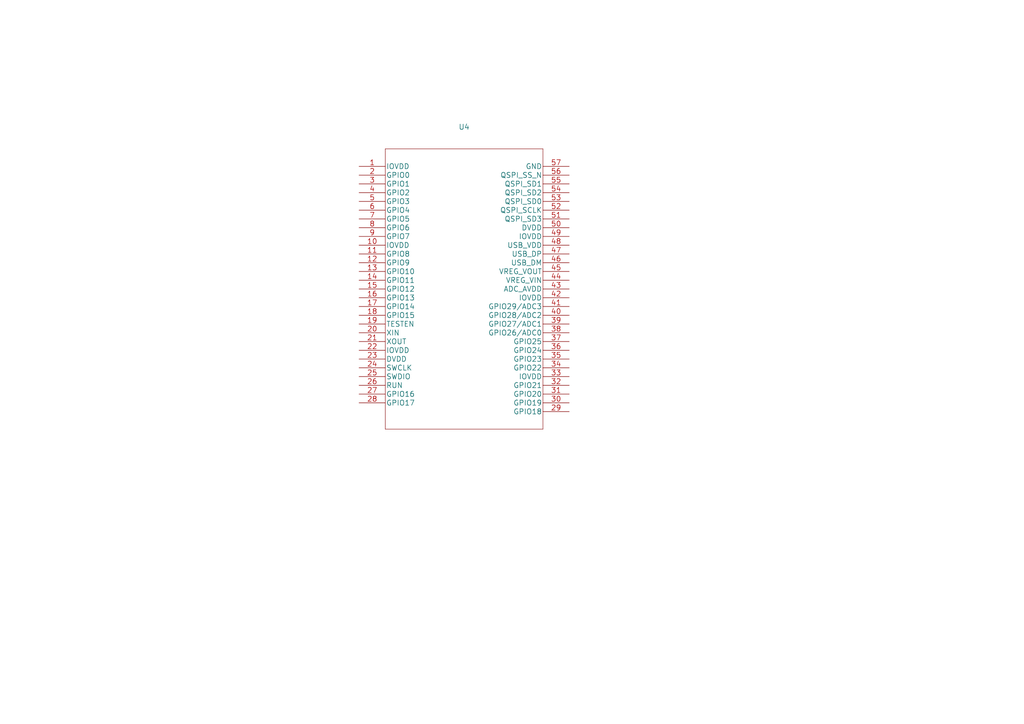
<source format=kicad_sch>
(kicad_sch (version 20211123) (generator eeschema)
  (paper "A4")
  (lib_symbols
    (symbol "MCU_RP2040:RP2040" (pin_names (offset 0.254))
      (property "Reference" "U" (at 30.48 10.16 0))
      (property "Value" "RP2040" (at 30.48 7.62 0))
      (symbol "RP2040_1_1"
        (polyline (pts (xy 7.62 -76.2) (xy 53.34 -76.2)) (stroke (width 0.127)))
        (polyline (pts (xy 7.62 5.08) (xy 7.62 -76.2)) (stroke (width 0.127)))
        (polyline (pts (xy 53.34 -76.2) (xy 53.34 5.08)) (stroke (width 0.127)))
        (polyline (pts (xy 53.34 5.08) (xy 7.62 5.08)) (stroke (width 0.127)))
        (pin power_in line (at 0 0 0) (length 7.62) (name "IOVDD") (number "1"))
        (pin power_in line (at 0 -22.86 0) (length 7.62) (name "IOVDD") (number "10"))
        (pin bidirectional line (at 0 -25.4 0) (length 7.62) (name "GPIO8") (number "11"))
        (pin bidirectional line (at 0 -27.94 0) (length 7.62) (name "GPIO9") (number "12"))
        (pin bidirectional line (at 0 -30.48 0) (length 7.62) (name "GPIO10") (number "13"))
        (pin bidirectional line (at 0 -33.02 0) (length 7.62) (name "GPIO11") (number "14"))
        (pin bidirectional line (at 0 -35.56 0) (length 7.62) (name "GPIO12") (number "15"))
        (pin bidirectional line (at 0 -38.1 0) (length 7.62) (name "GPIO13") (number "16"))
        (pin bidirectional line (at 0 -40.64 0) (length 7.62) (name "GPIO14") (number "17"))
        (pin bidirectional line (at 0 -43.18 0) (length 7.62) (name "GPIO15") (number "18"))
        (pin unspecified line (at 0 -45.72 0) (length 7.62) (name "TESTEN") (number "19"))
        (pin bidirectional line (at 0 -2.54 0) (length 7.62) (name "GPIO0") (number "2"))
        (pin unspecified line (at 0 -48.26 0) (length 7.62) (name "XIN") (number "20"))
        (pin output line (at 0 -50.8 0) (length 7.62) (name "XOUT") (number "21"))
        (pin power_in line (at 0 -53.34 0) (length 7.62) (name "IOVDD") (number "22"))
        (pin power_in line (at 0 -55.88 0) (length 7.62) (name "DVDD") (number "23"))
        (pin unspecified line (at 0 -58.42 0) (length 7.62) (name "SWCLK") (number "24"))
        (pin unspecified line (at 0 -60.96 0) (length 7.62) (name "SWDIO") (number "25"))
        (pin unspecified line (at 0 -63.5 0) (length 7.62) (name "RUN") (number "26"))
        (pin bidirectional line (at 0 -66.04 0) (length 7.62) (name "GPIO16") (number "27"))
        (pin bidirectional line (at 0 -68.58 0) (length 7.62) (name "GPIO17") (number "28"))
        (pin bidirectional line (at 60.96 -71.12 180) (length 7.62) (name "GPIO18") (number "29"))
        (pin bidirectional line (at 0 -5.08 0) (length 7.62) (name "GPIO1") (number "3"))
        (pin bidirectional line (at 60.96 -68.58 180) (length 7.62) (name "GPIO19") (number "30"))
        (pin bidirectional line (at 60.96 -66.04 180) (length 7.62) (name "GPIO20") (number "31"))
        (pin bidirectional line (at 60.96 -63.5 180) (length 7.62) (name "GPIO21") (number "32"))
        (pin power_in line (at 60.96 -60.96 180) (length 7.62) (name "IOVDD") (number "33"))
        (pin bidirectional line (at 60.96 -58.42 180) (length 7.62) (name "GPIO22") (number "34"))
        (pin bidirectional line (at 60.96 -55.88 180) (length 7.62) (name "GPIO23") (number "35"))
        (pin bidirectional line (at 60.96 -53.34 180) (length 7.62) (name "GPIO24") (number "36"))
        (pin bidirectional line (at 60.96 -50.8 180) (length 7.62) (name "GPIO25") (number "37"))
        (pin bidirectional line (at 60.96 -48.26 180) (length 7.62) (name "GPIO26/ADC0") (number "38"))
        (pin bidirectional line (at 60.96 -45.72 180) (length 7.62) (name "GPIO27/ADC1") (number "39"))
        (pin bidirectional line (at 0 -7.62 0) (length 7.62) (name "GPIO2") (number "4"))
        (pin bidirectional line (at 60.96 -43.18 180) (length 7.62) (name "GPIO28/ADC2") (number "40"))
        (pin bidirectional line (at 60.96 -40.64 180) (length 7.62) (name "GPIO29/ADC3") (number "41"))
        (pin power_in line (at 60.96 -38.1 180) (length 7.62) (name "IOVDD") (number "42"))
        (pin power_in line (at 60.96 -35.56 180) (length 7.62) (name "ADC_AVDD") (number "43"))
        (pin unspecified line (at 60.96 -33.02 180) (length 7.62) (name "VREG_VIN") (number "44"))
        (pin output line (at 60.96 -30.48 180) (length 7.62) (name "VREG_VOUT") (number "45"))
        (pin unspecified line (at 60.96 -27.94 180) (length 7.62) (name "USB_DM") (number "46"))
        (pin unspecified line (at 60.96 -25.4 180) (length 7.62) (name "USB_DP") (number "47"))
        (pin power_in line (at 60.96 -22.86 180) (length 7.62) (name "USB_VDD") (number "48"))
        (pin power_in line (at 60.96 -20.32 180) (length 7.62) (name "IOVDD") (number "49"))
        (pin bidirectional line (at 0 -10.16 0) (length 7.62) (name "GPIO3") (number "5"))
        (pin power_in line (at 60.96 -17.78 180) (length 7.62) (name "DVDD") (number "50"))
        (pin bidirectional line (at 60.96 -15.24 180) (length 7.62) (name "QSPI_SD3") (number "51"))
        (pin unspecified line (at 60.96 -12.7 180) (length 7.62) (name "QSPI_SCLK") (number "52"))
        (pin bidirectional line (at 60.96 -10.16 180) (length 7.62) (name "QSPI_SD0") (number "53"))
        (pin bidirectional line (at 60.96 -7.62 180) (length 7.62) (name "QSPI_SD2") (number "54"))
        (pin bidirectional line (at 60.96 -5.08 180) (length 7.62) (name "QSPI_SD1") (number "55"))
        (pin unspecified line (at 60.96 -2.54 180) (length 7.62) (name "QSPI_SS_N") (number "56"))
        (pin power_in line (at 60.96 0 180) (length 7.62) (name "GND") (number "57"))
        (pin bidirectional line (at 0 -12.7 0) (length 7.62) (name "GPIO4") (number "6"))
        (pin bidirectional line (at 0 -15.24 0) (length 7.62) (name "GPIO5") (number "7"))
        (pin bidirectional line (at 0 -17.78 0) (length 7.62) (name "GPIO6") (number "8"))
        (pin bidirectional line (at 0 -20.32 0) (length 7.62) (name "GPIO7") (number "9"))
      )
    )
  )
  (symbol (lib_id "MCU_RP2040:RP2040") (at 104.14 48.26 0) (unit 1)
    (property "Reference" "U4" (at 134.62 36.83 0) (effects (font (size 1.524 1.524))))
  )
)
</source>
